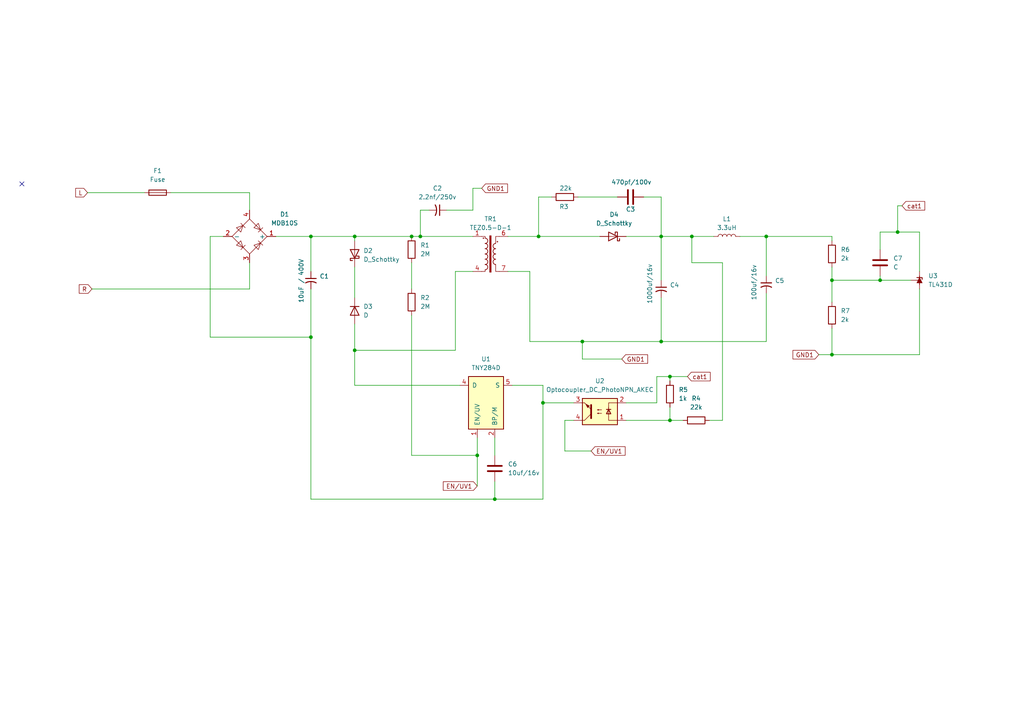
<source format=kicad_sch>
(kicad_sch (version 20250114) (generator "eeschema") (generator_version "9.0")
  (paper "A4")
  (lib_symbols
    (symbol "Device:C" (pin_numbers (hide yes)) (pin_names (offset 0.254))
      (property "Reference" "C" (at 0.635 2.54 0))
      (property "Value" "C" (at 0.635 -2.54 0))
      (symbol "C_0_1"
        (polyline (pts (xy -2.032 0.762) (xy 2.032 0.762)) (stroke (width 0.508)))
        (polyline (pts (xy -2.032 -0.762) (xy 2.032 -0.762)) (stroke (width 0.508)))
      )
      (symbol "C_1_1"
        (pin passive line (at 0 3.81 270) (length 2.794) (name "~") (number "1"))
        (pin passive line (at 0 -3.81 90) (length 2.794) (name "~") (number "2"))
      )
    )
    (symbol "Device:C_Small_US" (pin_numbers (hide yes)) (pin_names (offset 0.254) (hide yes))
      (property "Reference" "C" (at 0.254 1.778 0))
      (property "Value" "C_Small_US" (at 0.254 -2.032 0))
      (symbol "C_Small_US_0_1"
        (polyline (pts (xy -1.524 0.508) (xy 1.524 0.508)) (stroke (width 0.3048)))
        (arc (start -1.524 -0.762) (mid 0 -0.3734) (end 1.524 -0.762) (stroke (width 0.3048)))
      )
      (symbol "C_Small_US_1_1"
        (pin passive line (at 0 2.54 270) (length 2.032) (name "~") (number "1"))
        (pin passive line (at 0 -2.54 90) (length 2.032) (name "~") (number "2"))
      )
    )
    (symbol "Device:D" (pin_numbers (hide yes)) (pin_names (offset 1.016) (hide yes))
      (property "Reference" "D" (at 0 2.54 0))
      (property "Value" "D" (at 0 -2.54 0))
      (symbol "D_0_1"
        (polyline (pts (xy -1.27 1.27) (xy -1.27 -1.27)) (stroke (width 0.254)))
        (polyline (pts (xy 1.27 1.27) (xy 1.27 -1.27) (xy -1.27 0) (xy 1.27 1.27)) (stroke (width 0.254)))
        (polyline (pts (xy 1.27 0) (xy -1.27 0)))
      )
      (symbol "D_1_1"
        (pin passive line (at -3.81 0 0) (length 2.54) (name "K") (number "1"))
        (pin passive line (at 3.81 0 180) (length 2.54) (name "A") (number "2"))
      )
    )
    (symbol "Device:D_Schottky" (pin_numbers (hide yes)) (pin_names (offset 1.016) (hide yes))
      (property "Reference" "D" (at 0 2.54 0))
      (property "Value" "D_Schottky" (at 0 -2.54 0))
      (symbol "D_Schottky_0_1"
        (polyline (pts (xy -1.905 0.635) (xy -1.905 1.27) (xy -1.27 1.27) (xy -1.27 -1.27) (xy -0.635 -1.27) (xy -0.635 -0.635)) (stroke (width 0.254)))
        (polyline (pts (xy 1.27 1.27) (xy 1.27 -1.27) (xy -1.27 0) (xy 1.27 1.27)) (stroke (width 0.254)))
        (polyline (pts (xy 1.27 0) (xy -1.27 0)))
      )
      (symbol "D_Schottky_1_1"
        (pin passive line (at -3.81 0 0) (length 2.54) (name "K") (number "1"))
        (pin passive line (at 3.81 0 180) (length 2.54) (name "A") (number "2"))
      )
    )
    (symbol "Device:Fuse" (pin_numbers (hide yes)) (pin_names (offset 0))
      (property "Reference" "F" (at 2.032 0 90))
      (property "Value" "Fuse" (at -1.905 0 90))
      (symbol "Fuse_0_1"
        (rectangle (start -0.762 -2.54) (end 0.762 2.54) (stroke (width 0.254)))
        (polyline (pts (xy 0 2.54) (xy 0 -2.54)))
      )
      (symbol "Fuse_1_1"
        (pin passive line (at 0 3.81 270) (length 1.27) (name "~") (number "1"))
        (pin passive line (at 0 -3.81 90) (length 1.27) (name "~") (number "2"))
      )
    )
    (symbol "Device:L" (pin_numbers (hide yes)) (pin_names (offset 1.016) (hide yes))
      (property "Reference" "L" (at -1.27 0 90))
      (property "Value" "L" (at 1.905 0 90))
      (symbol "L_0_1"
        (arc (start 0 2.54) (mid 0.6323 1.905) (end 0 1.27))
        (arc (start 0 1.27) (mid 0.6323 0.635) (end 0 0))
        (arc (start 0 0) (mid 0.6323 -0.635) (end 0 -1.27))
        (arc (start 0 -1.27) (mid 0.6323 -1.905) (end 0 -2.54))
      )
      (symbol "L_1_1"
        (pin passive line (at 0 3.81 270) (length 1.27) (name "1") (number "1"))
        (pin passive line (at 0 -3.81 90) (length 1.27) (name "2") (number "2"))
      )
    )
    (symbol "Device:R" (pin_numbers (hide yes)) (pin_names (offset 0))
      (property "Reference" "R" (at 2.032 0 90))
      (property "Value" "R" (at 0 0 90))
      (symbol "R_0_1"
        (rectangle (start -1.016 -2.54) (end 1.016 2.54) (stroke (width 0.254)))
      )
      (symbol "R_1_1"
        (pin passive line (at 0 3.81 270) (length 1.27) (name "~") (number "1"))
        (pin passive line (at 0 -3.81 90) (length 1.27) (name "~") (number "2"))
      )
    )
    (symbol "Diode_Bridge:MDB10S"
      (property "Reference" "D" (at 3.81 6.35 0))
      (property "Value" "MDB10S" (at 6.35 3.81 0))
      (symbol "MDB10S_1_1"
        (polyline (pts (xy -5.08 0) (xy 0 -5.08) (xy 5.08 0) (xy 0 5.08) (xy -5.08 0)))
        (polyline (pts (xy -3.81 2.54) (xy -2.54 1.27) (xy -1.905 3.175) (xy -3.81 2.54)))
        (polyline (pts (xy -2.54 3.81) (xy -1.27 2.54)))
        (polyline (pts (xy -2.54 -1.27) (xy -3.81 -2.54) (xy -1.905 -3.175) (xy -2.54 -1.27)))
        (polyline (pts (xy -1.27 -2.54) (xy -2.54 -3.81)))
        (polyline (pts (xy 1.27 2.54) (xy 2.54 3.81) (xy 3.175 1.905) (xy 1.27 2.54)))
        (polyline (pts (xy 2.54 1.27) (xy 3.81 2.54)))
        (polyline (pts (xy 2.54 -1.27) (xy 3.81 -2.54)))
        (polyline (pts (xy 3.175 -1.905) (xy 1.27 -2.54) (xy 2.54 -3.81) (xy 3.175 -1.905)))
        (pin passive line (at -7.62 0 0) (length 2.54) (name "-") (number "2"))
        (pin passive line (at 0 7.62 270) (length 2.54) (name "~") (number "4"))
        (pin passive line (at 0 -7.62 90) (length 2.54) (name "~") (number "3"))
        (pin passive line (at 7.62 0 180) (length 2.54) (name "+") (number "1"))
      )
    )
    (symbol "Isolator:Optocoupler_DC_PhotoNPN_AKEC"
      (property "Reference" "U" (at -5.08 5.08 0))
      (property "Value" "Optocoupler_DC_PhotoNPN_AKEC" (at 0 5.08 0))
      (symbol "Optocoupler_DC_PhotoNPN_AKEC_0_1"
        (rectangle (start -5.08 3.81) (end 5.08 -3.81) (stroke (width 0.254)) (fill (type background)))
        (polyline (pts (xy -5.08 2.54) (xy -2.54 2.54) (xy -2.54 -1.27) (xy -2.54 0.635)))
        (polyline (pts (xy -3.175 -0.635) (xy -1.905 -0.635)) (stroke (width 0.254)))
        (polyline (pts (xy -2.54 -0.635) (xy -2.54 -2.54) (xy -5.08 -2.54)))
        (polyline (pts (xy -2.54 -0.635) (xy -3.175 0.635) (xy -1.905 0.635) (xy -2.54 -0.635)) (stroke (width 0.254)))
        (polyline (pts (xy -0.508 0.508) (xy 0.762 0.508) (xy 0.381 0.381) (xy 0.381 0.635) (xy 0.762 0.508)))
        (polyline (pts (xy -0.508 -0.508) (xy 0.762 -0.508) (xy 0.381 -0.635) (xy 0.381 -0.381) (xy 0.762 -0.508)))
        (polyline (pts (xy 2.54 1.905) (xy 2.54 -1.905)) (stroke (width 0.508)))
        (polyline (pts (xy 2.54 0.635) (xy 4.445 2.54)))
        (polyline (pts (xy 3.048 -1.651) (xy 3.556 -1.143) (xy 4.064 -2.159) (xy 3.048 -1.651)) (fill (type outline)))
        (polyline (pts (xy 4.445 2.54) (xy 5.08 2.54)))
        (polyline (pts (xy 4.445 -2.54) (xy 2.54 -0.635)) (fill (type outline)))
        (polyline (pts (xy 4.445 -2.54) (xy 5.08 -2.54)))
      )
      (symbol "Optocoupler_DC_PhotoNPN_AKEC_1_1"
        (pin passive line (at -7.62 2.54 0) (length 2.54) (name "~") (number "1"))
        (pin passive line (at -7.62 -2.54 0) (length 2.54) (name "~") (number "2"))
        (pin passive line (at 7.62 2.54 180) (length 2.54) (name "~") (number "4"))
        (pin passive line (at 7.62 -2.54 180) (length 2.54) (name "~") (number "3"))
      )
    )
    (symbol "Reference_Voltage:TL431D" (pin_numbers (hide yes)) (pin_names (hide yes))
      (property "Reference" "U" (at 0 -2.54 0))
      (property "Value" "TL431D" (at 0 -4.445 0))
      (symbol "TL431D_0_1"
        (polyline (pts (xy -1.27 0) (xy 0 0) (xy 1.27 0)))
        (polyline (pts (xy -0.762 -0.762) (xy -0.762 0.762) (xy -0.762 0.762) (xy 0.762 0) (xy -0.762 -0.762)) (fill (type outline)))
        (polyline (pts (xy 0.254 -0.762) (xy 0.762 -0.762) (xy 0.762 0.762) (xy 0.762 0.762)) (stroke (width 0.254)))
      )
      (symbol "TL431D_1_1"
        (polyline (pts (xy 0 1.27) (xy 0 0)))
        (pin passive line (at -2.54 0 0) (length 2.54) (name "A") (number "2"))
        (pin passive line (at -2.54 0 0) (length 2.54) (hide yes) (name "A") (number "3"))
        (pin passive line (at -2.54 0 0) (length 2.54) (hide yes) (name "A") (number "6"))
        (pin passive line (at -2.54 0 0) (length 2.54) (hide yes) (name "A") (number "7"))
        (pin passive line (at 0 2.54 270) (length 2.54) (name "REF") (number "8"))
        (pin passive line (at 2.54 0 180) (length 2.54) (name "K") (number "1"))
      )
    )
    (symbol "Regulator_Switching:TNY284D" (pin_names (offset 1.016))
      (property "Reference" "U" (at 0 8.89 0))
      (property "Value" "TNY284D" (at 0 6.35 0))
      (symbol "TNY284D_0_1"
        (rectangle (start -7.62 5.08) (end 7.62 -5.08) (stroke (width 0.254)) (fill (type background)))
      )
      (symbol "TNY284D_1_1"
        (pin open_collector line (at -5.08 7.62 270) (length 2.54) (name "D") (number "4"))
        (pin power_in line (at -5.08 -7.62 90) (length 2.54) (name "S") (number "5"))
        (pin passive line (at -5.08 -7.62 90) (length 2.54) (hide yes) (name "S") (number "6"))
        (pin passive line (at -5.08 -7.62 90) (length 2.54) (hide yes) (name "S") (number "7"))
        (pin passive line (at -5.08 -7.62 90) (length 2.54) (hide yes) (name "S") (number "8"))
        (pin input line (at 10.16 2.54 180) (length 2.54) (name "EN/UV") (number "1"))
        (pin input line (at 10.16 -2.54 180) (length 2.54) (name "BP/M") (number "2"))
      )
    )
    (symbol "Transformer:TEZ0.5-D-1" (pin_names (offset 0.0254))
      (property "Reference" "TR" (at 0 6.35 0))
      (property "Value" "TEZ0.5-D-1" (at 0 -6.35 0))
      (symbol "TEZ0.5-D-1_0_1"
        (circle (center -2.032 4.572) (radius 0.127))
        (arc (start -1.524 4.572) (mid -0.7653 3.81) (end -1.524 3.048) (stroke (width 0.2032)))
        (arc (start -1.524 3.048) (mid -0.7653 2.286) (end -1.524 1.524) (stroke (width 0.2032)))
        (arc (start -1.524 1.524) (mid -0.7653 0.762) (end -1.524 0) (stroke (width 0.2032)))
        (arc (start -1.524 0) (mid -0.7653 -0.762) (end -1.524 -1.524) (stroke (width 0.2032)))
        (arc (start -1.524 -1.524) (mid -0.7653 -2.286) (end -1.524 -3.048) (stroke (width 0.2032)))
        (arc (start -1.524 -3.048) (mid -0.7653 -3.81) (end -1.524 -4.572) (stroke (width 0.2032)))
        (polyline (pts (xy -1.524 4.572) (xy -1.524 5.08) (xy -2.54 5.08)))
        (polyline (pts (xy -1.524 -4.572) (xy -1.524 -5.08) (xy -2.54 -5.08)))
        (rectangle (start -0.254 5.334) (end 0.254 -5.334) (stroke (width 0.0254)) (fill (type outline)))
        (polyline (pts (xy 1.524 3.048) (xy 1.524 5.08) (xy 2.54 5.08)) (stroke (width 0.1524)))
        (arc (start 1.524 1.524) (mid 0.7653 2.286) (end 1.524 3.048) (stroke (width 0.2032)))
        (arc (start 1.524 0) (mid 0.7653 0.762) (end 1.524 1.524) (stroke (width 0.2032)))
        (arc (start 1.524 -1.524) (mid 0.7653 -0.762) (end 1.524 0) (stroke (width 0.2032)))
        (arc (start 1.524 -3.048) (mid 0.7653 -2.286) (end 1.524 -1.524) (stroke (width 0.2032)))
        (circle (center 2.032 3.556) (radius 0.127))
        (polyline (pts (xy 2.54 -5.08) (xy 1.524 -5.08) (xy 1.524 -3.048)) (stroke (width 0.1524)))
      )
      (symbol "TEZ0.5-D-1_1_1"
        (pin passive line (at -5.08 5.08 0) (length 2.54) (name "~") (number "1"))
        (pin passive line (at -5.08 -5.08 0) (length 2.54) (name "~") (number "4"))
        (pin passive line (at 5.08 5.08 180) (length 2.54) (name "~") (number "6"))
        (pin passive line (at 5.08 -5.08 180) (length 2.54) (name "~") (number "7"))
      )
    )
  )
  (junction (at 260.35 67.31))
  (junction (at 119.38 68.58))
  (junction (at 194.31 109.22))
  (junction (at 241.3 102.87))
  (junction (at 157.48 116.84))
  (junction (at 191.77 68.58))
  (junction (at 121.92 68.58))
  (junction (at 168.91 99.06))
  (junction (at 156.21 68.58))
  (junction (at 138.43 132.08))
  (junction (at 200.66 68.58))
  (junction (at 102.87 68.58))
  (junction (at 194.31 121.92))
  (junction (at 222.25 68.58))
  (junction (at 241.3 81.28))
  (junction (at 143.51 144.78))
  (junction (at 191.77 99.06))
  (junction (at 90.17 68.58))
  (junction (at 102.87 101.6))
  (junction (at 255.27 81.28))
  (junction (at 90.17 97.79))
  (no_connect (at 6.35 53.34))
  (wire (pts (xy 102.87 68.58) (xy 90.17 68.58)))
  (wire (pts (xy 191.77 68.58) (xy 191.77 81.28)))
  (wire (pts (xy 222.25 68.58) (xy 222.25 80.01)))
  (wire (pts (xy 153.67 78.74) (xy 153.67 99.06)))
  (wire (pts (xy 168.91 99.06) (xy 191.77 99.06)))
  (wire (pts (xy 132.08 78.74) (xy 132.08 101.6)))
  (wire (pts (xy 194.31 121.92) (xy 198.12 121.92)))
  (wire (pts (xy 143.51 144.78) (xy 90.17 144.78)))
  (wire (pts (xy 137.16 54.61) (xy 139.7 54.61)))
  (wire (pts (xy 194.31 109.22) (xy 199.39 109.22)))
  (wire (pts (xy 102.87 69.85) (xy 102.87 68.58)))
  (wire (pts (xy 200.66 68.58) (xy 207.01 68.58)))
  (wire (pts (xy 153.67 99.06) (xy 168.91 99.06)))
  (wire (pts (xy 49.53 55.88) (xy 72.39 55.88)))
  (wire (pts (xy 148.59 111.76) (xy 157.48 111.76)))
  (wire (pts (xy 167.64 57.15) (xy 179.07 57.15)))
  (wire (pts (xy 157.48 144.78) (xy 157.48 116.84)))
  (wire (pts (xy 121.92 68.58) (xy 137.16 68.58)))
  (wire (pts (xy 214.63 68.58) (xy 222.25 68.58)))
  (wire (pts (xy 138.43 132.08) (xy 138.43 140.97)))
  (wire (pts (xy 209.55 76.2) (xy 200.66 76.2)))
  (wire (pts (xy 119.38 132.08) (xy 138.43 132.08)))
  (wire (pts (xy 191.77 68.58) (xy 200.66 68.58)))
  (wire (pts (xy 191.77 99.06) (xy 222.25 99.06)))
  (wire (pts (xy 129.54 60.96) (xy 137.16 60.96)))
  (wire (pts (xy 119.38 91.44) (xy 119.38 132.08)))
  (wire (pts (xy 156.21 57.15) (xy 156.21 68.58)))
  (wire (pts (xy 157.48 116.84) (xy 166.37 116.84)))
  (wire (pts (xy 200.66 68.58) (xy 200.66 76.2)))
  (wire (pts (xy 72.39 55.88) (xy 72.39 60.96)))
  (wire (pts (xy 72.39 83.82) (xy 72.39 76.2)))
  (wire (pts (xy 163.83 121.92) (xy 166.37 121.92)))
  (wire (pts (xy 241.3 102.87) (xy 237.49 102.87)))
  (wire (pts (xy 241.3 95.25) (xy 241.3 102.87)))
  (wire (pts (xy 119.38 68.58) (xy 121.92 68.58)))
  (wire (pts (xy 121.92 60.96) (xy 121.92 68.58)))
  (wire (pts (xy 137.16 60.96) (xy 137.16 54.61)))
  (wire (pts (xy 266.7 83.82) (xy 266.7 102.87)))
  (wire (pts (xy 157.48 144.78) (xy 143.51 144.78)))
  (wire (pts (xy 90.17 83.82) (xy 90.17 97.79)))
  (wire (pts (xy 132.08 101.6) (xy 102.87 101.6)))
  (wire (pts (xy 191.77 68.58) (xy 191.77 57.15)))
  (wire (pts (xy 102.87 68.58) (xy 119.38 68.58)))
  (wire (pts (xy 102.87 93.98) (xy 102.87 101.6)))
  (wire (pts (xy 163.83 130.81) (xy 163.83 121.92)))
  (wire (pts (xy 260.35 59.69) (xy 260.35 67.31)))
  (wire (pts (xy 171.45 130.81) (xy 163.83 130.81)))
  (wire (pts (xy 143.51 127) (xy 143.51 132.08)))
  (wire (pts (xy 147.32 78.74) (xy 153.67 78.74)))
  (wire (pts (xy 255.27 81.28) (xy 241.3 81.28)))
  (wire (pts (xy 168.91 104.14) (xy 168.91 99.06)))
  (wire (pts (xy 205.74 121.92) (xy 209.55 121.92)))
  (wire (pts (xy 241.3 68.58) (xy 241.3 69.85)))
  (wire (pts (xy 156.21 68.58) (xy 173.99 68.58)))
  (wire (pts (xy 137.16 78.74) (xy 132.08 78.74)))
  (wire (pts (xy 90.17 68.58) (xy 90.17 78.74)))
  (wire (pts (xy 261.62 59.69) (xy 260.35 59.69)))
  (wire (pts (xy 194.31 109.22) (xy 194.31 110.49)))
  (wire (pts (xy 60.96 68.58) (xy 64.77 68.58)))
  (wire (pts (xy 90.17 144.78) (xy 90.17 97.79)))
  (wire (pts (xy 138.43 132.08) (xy 138.43 127)))
  (wire (pts (xy 26.67 83.82) (xy 72.39 83.82)))
  (wire (pts (xy 241.3 77.47) (xy 241.3 81.28)))
  (wire (pts (xy 25.4 55.88) (xy 41.91 55.88)))
  (wire (pts (xy 143.51 139.7) (xy 143.51 144.78)))
  (wire (pts (xy 181.61 68.58) (xy 191.77 68.58)))
  (wire (pts (xy 80.01 68.58) (xy 90.17 68.58)))
  (wire (pts (xy 194.31 118.11) (xy 194.31 121.92)))
  (wire (pts (xy 222.25 68.58) (xy 241.3 68.58)))
  (wire (pts (xy 209.55 121.92) (xy 209.55 76.2)))
  (wire (pts (xy 255.27 72.39) (xy 255.27 67.31)))
  (wire (pts (xy 124.46 60.96) (xy 121.92 60.96)))
  (wire (pts (xy 260.35 67.31) (xy 266.7 67.31)))
  (wire (pts (xy 266.7 102.87) (xy 241.3 102.87)))
  (wire (pts (xy 241.3 81.28) (xy 241.3 87.63)))
  (wire (pts (xy 157.48 111.76) (xy 157.48 116.84)))
  (wire (pts (xy 266.7 67.31) (xy 266.7 78.74)))
  (wire (pts (xy 181.61 116.84) (xy 190.5 116.84)))
  (wire (pts (xy 255.27 80.01) (xy 255.27 81.28)))
  (wire (pts (xy 90.17 97.79) (xy 60.96 97.79)))
  (wire (pts (xy 191.77 57.15) (xy 186.69 57.15)))
  (wire (pts (xy 102.87 77.47) (xy 102.87 86.36)))
  (wire (pts (xy 133.35 111.76) (xy 102.87 111.76)))
  (wire (pts (xy 102.87 101.6) (xy 102.87 111.76)))
  (wire (pts (xy 119.38 76.2) (xy 119.38 83.82)))
  (wire (pts (xy 255.27 67.31) (xy 260.35 67.31)))
  (wire (pts (xy 60.96 97.79) (xy 60.96 68.58)))
  (wire (pts (xy 180.34 104.14) (xy 168.91 104.14)))
  (wire (pts (xy 255.27 81.28) (xy 264.16 81.28)))
  (wire (pts (xy 190.5 109.22) (xy 194.31 109.22)))
  (wire (pts (xy 222.25 85.09) (xy 222.25 99.06)))
  (wire (pts (xy 160.02 57.15) (xy 156.21 57.15)))
  (wire (pts (xy 181.61 121.92) (xy 194.31 121.92)))
  (wire (pts (xy 190.5 116.84) (xy 190.5 109.22)))
  (wire (pts (xy 147.32 68.58) (xy 156.21 68.58)))
  (wire (pts (xy 191.77 86.36) (xy 191.77 99.06)))
  (global_label "EN{slash}UV1" (shape input) (at 171.45 130.81 0) (property "Intersheetrefs" "${INTERSHEET_REFS}" (effects (hide yes))))
  (global_label "EN{slash}UV1" (shape input) (at 138.43 140.97 180) (property "Intersheetrefs" "${INTERSHEET_REFS}" (effects (hide yes))))
  (global_label "GND1" (shape input) (at 139.7 54.61 0) (property "Intersheetrefs" "${INTERSHEET_REFS}" (effects (hide yes))))
  (global_label "GND1" (shape input) (at 237.49 102.87 180) (property "Intersheetrefs" "${INTERSHEET_REFS}" (effects (hide yes))))
  (global_label "GND1" (shape input) (at 180.34 104.14 0) (property "Intersheetrefs" "${INTERSHEET_REFS}" (effects (hide yes))))
  (global_label "cat1" (shape input) (at 261.62 59.69 0) (property "Intersheetrefs" "${INTERSHEET_REFS}" (effects (hide yes))))
  (global_label "L" (shape input) (at 25.4 55.88 180) (property "Intersheetrefs" "${INTERSHEET_REFS}" (effects (hide yes))))
  (global_label "R" (shape input) (at 26.67 83.82 180) (property "Intersheetrefs" "${INTERSHEET_REFS}" (effects (hide yes))))
  (global_label "cat1" (shape input) (at 199.39 109.22 0) (property "Intersheetrefs" "${INTERSHEET_REFS}" (effects (hide yes))))
  (symbol (lib_id "Regulator_Switching:TNY284D") (at 140.97 116.84 90) (mirror x) (unit 1)
    (property "Reference" "U1" (at 140.97 104.14 90))
    (property "Value" "TNY284D" (at 140.97 106.68 90))
    (property "Footprint" "Package_SO:PowerIntegrations_SO-8C" (effects (hide yes)))
    (property "Datasheet" "https://ac-dc.power.com/sites/default/files/product-docs/tinyswitch-4_family_datasheet.pdf" (effects (hide yes)))
    (property "Description" "TinySwitch-4 Family, 8.5W Output Power, SO-8C" (effects (hide yes)))
  )
  (symbol (lib_id "Device:Fuse") (at 45.72 55.88 90) (unit 1)
    (property "Reference" "F1" (at 45.72 49.53 90))
    (property "Value" "Fuse" (at 45.72 52.07 90))
    (property "Description" "Fuse" (effects (hide yes)))
  )
  (symbol (lib_id "Device:C_Small_US") (at 191.77 83.82 0) (unit 1)
    (property "Reference" "C4" (at 194.31 82.6769 0) (effects (justify left)))
    (property "Value" "1000uf/16v" (at 188.468 88.138 90) (effects (justify left)))
    (property "Description" "capacitor, small US symbol" (effects (hide yes)))
  )
  (symbol (lib_id "Device:C_Small_US") (at 222.25 82.55 0) (unit 1)
    (property "Reference" "C5" (at 224.79 81.4069 0) (effects (justify left)))
    (property "Value" "100uf/16v" (at 218.694 87.122 90) (effects (justify left)))
    (property "Description" "capacitor, small US symbol" (effects (hide yes)))
  )
  (symbol (lib_id "Device:R") (at 241.3 91.44 0) (unit 1)
    (property "Reference" "R7" (at 243.84 90.1699 0) (effects (justify left)))
    (property "Value" "2k" (at 243.84 92.7099 0) (effects (justify left)))
    (property "Description" "Resistor" (effects (hide yes)))
  )
  (symbol (lib_id "Reference_Voltage:TL431D") (at 266.7 81.28 90) (unit 1)
    (property "Reference" "U3" (at 269.24 80.0099 90) (effects (justify right)))
    (property "Value" "TL431D" (at 269.24 82.5499 90) (effects (justify right)))
    (property "Footprint" "Package_SO:SOIC-8_3.9x4.9mm_P1.27mm" (effects (hide yes)))
    (property "Datasheet" "http://www.ti.com/lit/ds/symlink/tl431.pdf" (effects (hide yes)))
    (property "Description" "Shunt Regulator, SO-8" (effects (hide yes)))
  )
  (symbol (lib_id "Diode_Bridge:MDB10S") (at 72.39 68.58 0) (unit 1)
    (property "Reference" "D1" (at 82.55 62.1598 0))
    (property "Value" "MDB10S" (at 82.55 64.6998 0))
    (property "Footprint" "Package_SO:TSSOP-4_4.4x5mm_P4mm" (effects (hide yes)))
    (property "Datasheet" "https://www.onsemi.com/pub/Collateral/MDB8S-D.PDF" (effects (hide yes)))
    (property "Description" "Single-Phase Bridge Rectifier, 700V Vrms, 1A If, TSSOP-4" (effects (hide yes)))
  )
  (symbol (lib_id "Device:R") (at 194.31 114.3 0) (unit 1)
    (property "Reference" "R5" (at 196.85 113.0299 0) (effects (justify left)))
    (property "Value" "1k" (at 196.85 115.5699 0) (effects (justify left)))
    (property "Description" "Resistor" (effects (hide yes)))
  )
  (symbol (lib_id "Device:L") (at 210.82 68.58 90) (unit 1)
    (property "Reference" "L1" (at 210.82 63.5 90))
    (property "Value" "3.3uH" (at 210.82 66.04 90))
    (property "Description" "Inductor" (effects (hide yes)))
  )
  (symbol (lib_id "Transformer:TEZ0.5-D-1") (at 142.24 73.66 0) (unit 1)
    (property "Reference" "TR1" (at 142.2781 63.5 0))
    (property "Value" "TEZ0.5-D-1" (at 142.2781 66.04 0))
    (property "Footprint" "Transformer_THT:Transformer_Breve_TEZ-22x24" (effects (hide yes)))
    (property "Datasheet" "http://www.breve.pl/pdf/ANG/TEZ_ang.pdf" (effects (hide yes)))
    (property "Description" "TEZ0.5/D/x, 0.5VA, Single Secondary, Cast Resin Transformer, PCB" (effects (hide yes)))
  )
  (symbol (lib_id "Device:R") (at 241.3 73.66 0) (unit 1)
    (property "Reference" "R6" (at 243.84 72.3899 0) (effects (justify left)))
    (property "Value" "2k" (at 243.84 74.9299 0) (effects (justify left)))
    (property "Description" "Resistor" (effects (hide yes)))
  )
  (symbol (lib_id "Device:C_Small_US") (at 127 60.96 270) (unit 1)
    (property "Reference" "C2" (at 126.873 54.61 90))
    (property "Value" "2.2nf/250v" (at 126.873 57.15 90))
    (property "Description" "capacitor, small US symbol" (effects (hide yes)))
  )
  (symbol (lib_id "Device:R") (at 201.93 121.92 90) (unit 1)
    (property "Reference" "R4" (at 201.93 115.57 90))
    (property "Value" "22k" (at 201.93 118.11 90))
    (property "Description" "Resistor" (effects (hide yes)))
  )
  (symbol (lib_id "Device:R") (at 119.38 72.39 0) (unit 1)
    (property "Reference" "R1" (at 121.92 71.1199 0) (effects (justify left)))
    (property "Value" "2M" (at 121.92 73.6599 0) (effects (justify left)))
    (property "Description" "Resistor" (effects (hide yes)))
  )
  (symbol (lib_id "Device:C") (at 143.51 135.89 0) (unit 1)
    (property "Reference" "C6" (at 147.32 134.6199 0) (effects (justify left)))
    (property "Value" "10uf/16v" (at 147.32 137.1599 0) (effects (justify left)))
    (property "Description" "Unpolarized capacitor" (effects (hide yes)))
  )
  (symbol (lib_id "Isolator:Optocoupler_DC_PhotoNPN_AKEC") (at 173.99 119.38 180) (unit 1)
    (property "Reference" "U2" (at 173.99 110.49 0))
    (property "Value" "Optocoupler_DC_PhotoNPN_AKEC" (at 173.99 113.03 0))
    (property "Description" "Generic DC optocoupler with NPN phototransistor output, pins order: anode/cathode/emitter/collector" (effects (hide yes)))
  )
  (symbol (lib_id "Device:C") (at 255.27 76.2 0) (unit 1)
    (property "Reference" "C7" (at 259.08 74.9299 0) (effects (justify left)))
    (property "Value" "C" (at 259.08 77.4699 0) (effects (justify left)))
    (property "Description" "Unpolarized capacitor" (effects (hide yes)))
  )
  (symbol (lib_id "Device:C") (at 182.88 57.15 90) (unit 1)
    (property "Reference" "C3" (at 182.88 60.706 90))
    (property "Value" "470pf/100v" (at 183.134 52.832 90))
    (property "Description" "Unpolarized capacitor" (effects (hide yes)))
  )
  (symbol (lib_id "Device:D") (at 102.87 90.17 270) (unit 1)
    (property "Reference" "D3" (at 105.41 88.8999 90) (effects (justify left)))
    (property "Value" "D" (at 105.41 91.4399 90) (effects (justify left)))
    (property "Description" "Diode" (effects (hide yes)))
    (property "Sim.Device" "D" (effects (hide yes)))
    (property "Sim.Pins" "1=K 2=A" (effects (hide yes)))
  )
  (symbol (lib_id "Device:C_Small_US") (at 90.17 81.28 0) (unit 1)
    (property "Reference" "C1" (at 92.71 80.1369 0) (effects (justify left)))
    (property "Value" "10uF / 400V" (at 87.376 87.884 90) (effects (justify left)))
    (property "Description" "capacitor, small US symbol" (effects (hide yes)))
  )
  (symbol (lib_id "Device:R") (at 163.83 57.15 90) (unit 1)
    (property "Reference" "R3" (at 163.576 59.944 90))
    (property "Value" "22k" (at 164.084 54.61 90))
    (property "Description" "Resistor" (effects (hide yes)))
  )
  (symbol (lib_id "Device:R") (at 119.38 87.63 0) (unit 1)
    (property "Reference" "R2" (at 121.92 86.3599 0) (effects (justify left)))
    (property "Value" "2M" (at 121.92 88.8999 0) (effects (justify left)))
    (property "Description" "Resistor" (effects (hide yes)))
  )
  (symbol (lib_id "Device:D_Schottky") (at 102.87 73.66 90) (unit 1)
    (property "Reference" "D2" (at 105.41 72.7074 90) (effects (justify right)))
    (property "Value" "D_Schottky" (at 105.41 75.2474 90) (effects (justify right)))
    (property "Description" "Schottky diode" (effects (hide yes)))
  )
  (symbol (lib_id "Device:D_Schottky") (at 177.8 68.58 180) (unit 1)
    (property "Reference" "D4" (at 178.1175 62.23 0))
    (property "Value" "D_Schottky" (at 178.1175 64.77 0))
    (property "Description" "Schottky diode" (effects (hide yes)))
  )
)
</source>
